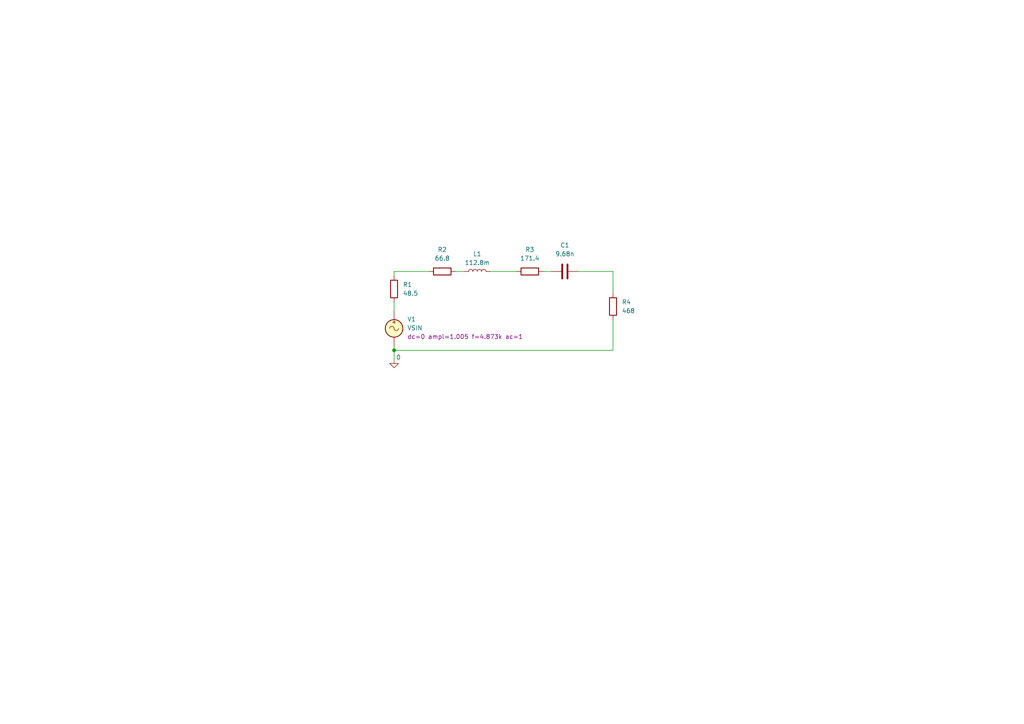
<source format=kicad_sch>
(kicad_sch (version 20250114) (generator "eeschema") (generator_version "9.0")
  (paper "A4")
  (lib_symbols
    (symbol "Device:C" (pin_numbers (hide yes)) (pin_names (offset 0.254))
      (property "Reference" "C" (at 0.635 2.54 0))
      (property "Value" "C" (at 0.635 -2.54 0))
      (symbol "C_0_1"
        (polyline (pts (xy -2.032 0.762) (xy 2.032 0.762)) (stroke (width 0.508)))
        (polyline (pts (xy -2.032 -0.762) (xy 2.032 -0.762)) (stroke (width 0.508)))
      )
      (symbol "C_1_1"
        (pin passive line (at 0 3.81 270) (length 2.794) (name "~") (number "1"))
        (pin passive line (at 0 -3.81 90) (length 2.794) (name "~") (number "2"))
      )
    )
    (symbol "Device:L" (pin_numbers (hide yes)) (pin_names (offset 1.016) (hide yes))
      (property "Reference" "L" (at -1.27 0 90))
      (property "Value" "L" (at 1.905 0 90))
      (symbol "L_0_1"
        (arc (start 0 2.54) (mid 0.6323 1.905) (end 0 1.27))
        (arc (start 0 1.27) (mid 0.6323 0.635) (end 0 0))
        (arc (start 0 0) (mid 0.6323 -0.635) (end 0 -1.27))
        (arc (start 0 -1.27) (mid 0.6323 -1.905) (end 0 -2.54))
      )
      (symbol "L_1_1"
        (pin passive line (at 0 3.81 270) (length 1.27) (name "1") (number "1"))
        (pin passive line (at 0 -3.81 90) (length 1.27) (name "2") (number "2"))
      )
    )
    (symbol "Device:R" (pin_numbers (hide yes)) (pin_names (offset 0))
      (property "Reference" "R" (at 2.032 0 90))
      (property "Value" "R" (at 0 0 90))
      (symbol "R_0_1"
        (rectangle (start -1.016 -2.54) (end 1.016 2.54) (stroke (width 0.254)))
      )
      (symbol "R_1_1"
        (pin passive line (at 0 3.81 270) (length 1.27) (name "~") (number "1"))
        (pin passive line (at 0 -3.81 90) (length 1.27) (name "~") (number "2"))
      )
    )
    (symbol "Simulation_SPICE:0" (power) (pin_numbers (hide yes)) (pin_names (offset 0) (hide yes))
      (property "Value" "0" (at 0 -2.54 0))
      (symbol "0_0_1"
        (polyline (pts (xy -1.27 0) (xy 0 -1.27) (xy 1.27 0) (xy -1.27 0)))
      )
      (symbol "0_1_1"
        (pin power_in line (at 0 0 0) (length 0) (name "~") (number "1"))
      )
    )
    (symbol "Simulation_SPICE:VSIN" (pin_numbers (hide yes)) (pin_names (offset 0.0254))
      (property "Reference" "V" (at 2.54 2.54 0))
      (property "Value" "VSIN" (at 2.54 0 0))
      (property "Sim.Params" "dc=0 ampl=1 f=1k ac=1" (at 2.54 -2.54 0))
      (symbol "VSIN_0_0"
        (arc (start -1.27 0) (mid -0.635 0.6323) (end 0 0))
        (arc (start 1.27 0) (mid 0.635 -0.6323) (end 0 0))
        (text "+" (at 0 1.905 0) (effects (font (size 1.27 1.27))))
      )
      (symbol "VSIN_0_1"
        (circle (center 0 0) (radius 2.54) (stroke (width 0.254)) (fill (type background)))
      )
      (symbol "VSIN_1_1"
        (pin passive line (at 0 5.08 270) (length 2.54) (name "~") (number "1"))
        (pin passive line (at 0 -5.08 90) (length 2.54) (name "~") (number "2"))
      )
    )
  )
  (junction (at 114.3 101.6))
  (wire (pts (xy 124.46 78.74) (xy 114.3 78.74)))
  (wire (pts (xy 177.8 92.71) (xy 177.8 101.6)))
  (wire (pts (xy 177.8 101.6) (xy 114.3 101.6)))
  (wire (pts (xy 142.24 78.74) (xy 149.86 78.74)))
  (wire (pts (xy 114.3 78.74) (xy 114.3 80.01)))
  (wire (pts (xy 157.48 78.74) (xy 160.02 78.74)))
  (wire (pts (xy 114.3 100.33) (xy 114.3 101.6)))
  (wire (pts (xy 114.3 101.6) (xy 114.3 105.41)))
  (wire (pts (xy 114.3 87.63) (xy 114.3 90.17)))
  (wire (pts (xy 177.8 78.74) (xy 167.64 78.74)))
  (wire (pts (xy 177.8 78.74) (xy 177.8 85.09)))
  (wire (pts (xy 132.08 78.74) (xy 134.62 78.74)))
  (symbol (lib_id "Simulation_SPICE:0") (at 114.3 105.41 0) (unit 1)
    (property "Reference" "#GND01" (effects (hide yes)))
    (property "Value" "0" (at 115.57 103.632 0))
    (property "Datasheet" "https://ngspice.sourceforge.io/docs/ngspice-html-manual/manual.xhtml#subsec_Circuit_elements__device" (effects (hide yes)))
    (property "Description" "0V reference potential for simulation" (effects (hide yes)))
  )
  (symbol (lib_id "Device:R") (at 114.3 83.82 180) (unit 1)
    (property "Reference" "R1" (at 116.84 82.5499 0) (effects (justify right)))
    (property "Value" "48.5" (at 116.84 85.0899 0) (effects (justify right)))
    (property "Description" "Resistor" (effects (hide yes)))
  )
  (symbol (lib_id "Simulation_SPICE:VSIN") (at 114.3 95.25 0) (unit 1)
    (property "Reference" "V1" (at 118.11 92.5801 0) (effects (justify left)))
    (property "Value" "VSIN" (at 118.11 95.1201 0) (effects (justify left)))
    (property "Datasheet" "https://ngspice.sourceforge.io/docs/ngspice-html-manual/manual.xhtml#sec_Independent_Sources_for" (effects (hide yes)))
    (property "Description" "Voltage source, sinusoidal" (effects (hide yes)))
    (property "Sim.Pins" "1=+ 2=-" (effects (hide yes)))
    (property "Sim.Params" "dc=0 ampl=1.005 f=4.873k ac=1" (at 118.11 97.6601 0) (effects (justify left)))
    (property "Sim.Type" "SIN" (effects (hide yes)))
    (property "Sim.Device" "V" (effects (hide yes)))
  )
  (symbol (lib_id "Device:R") (at 177.8 88.9 180) (unit 1)
    (property "Reference" "R4" (at 180.34 87.6299 0) (effects (justify right)))
    (property "Value" "468" (at 180.34 90.1699 0) (effects (justify right)))
    (property "Description" "Resistor" (effects (hide yes)))
  )
  (symbol (lib_id "Device:L") (at 138.43 78.74 90) (unit 1)
    (property "Reference" "L1" (at 138.43 73.66 90))
    (property "Value" "112.8m" (at 138.43 76.2 90))
    (property "Description" "Inductor" (effects (hide yes)))
  )
  (symbol (lib_id "Device:R") (at 128.27 78.74 270) (unit 1)
    (property "Reference" "R2" (at 128.27 72.39 90))
    (property "Value" "66.8" (at 128.27 74.93 90))
    (property "Description" "Resistor" (effects (hide yes)))
  )
  (symbol (lib_id "Device:R") (at 153.67 78.74 90) (unit 1)
    (property "Reference" "R3" (at 153.67 72.39 90))
    (property "Value" "171.4" (at 153.67 74.93 90))
    (property "Description" "Resistor" (effects (hide yes)))
  )
  (symbol (lib_id "Device:C") (at 163.83 78.74 90) (unit 1)
    (property "Reference" "C1" (at 163.83 71.12 90))
    (property "Value" "9.68n" (at 163.83 73.66 90))
    (property "Description" "Unpolarized capacitor" (effects (hide yes)))
  )
)
</source>
